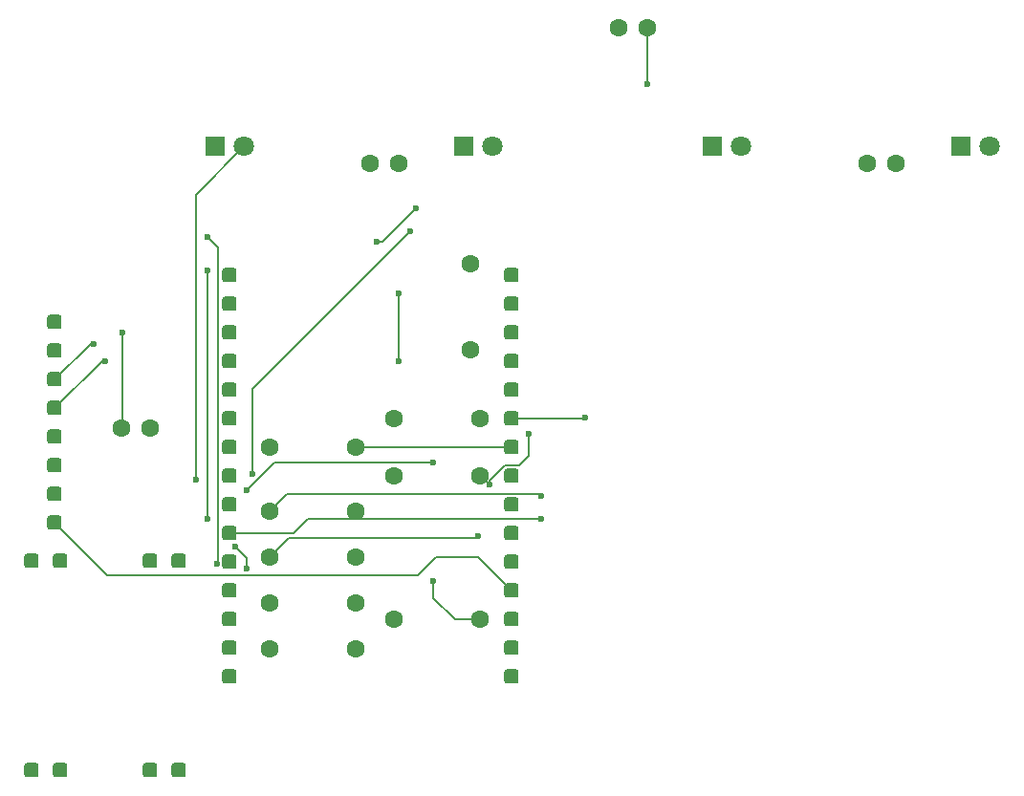
<source format=gbr>
%TF.GenerationSoftware,KiCad,Pcbnew,9.0.3*%
%TF.CreationDate,2025-08-18T22:42:58+09:00*%
%TF.ProjectId,espCon_main,65737043-6f6e-45f6-9d61-696e2e6b6963,rev?*%
%TF.SameCoordinates,Original*%
%TF.FileFunction,Copper,L2,Bot*%
%TF.FilePolarity,Positive*%
%FSLAX46Y46*%
G04 Gerber Fmt 4.6, Leading zero omitted, Abs format (unit mm)*
G04 Created by KiCad (PCBNEW 9.0.3) date 2025-08-18 22:42:58*
%MOMM*%
%LPD*%
G01*
G04 APERTURE LIST*
G04 Aperture macros list*
%AMRoundRect*
0 Rectangle with rounded corners*
0 $1 Rounding radius*
0 $2 $3 $4 $5 $6 $7 $8 $9 X,Y pos of 4 corners*
0 Add a 4 corners polygon primitive as box body*
4,1,4,$2,$3,$4,$5,$6,$7,$8,$9,$2,$3,0*
0 Add four circle primitives for the rounded corners*
1,1,$1+$1,$2,$3*
1,1,$1+$1,$4,$5*
1,1,$1+$1,$6,$7*
1,1,$1+$1,$8,$9*
0 Add four rect primitives between the rounded corners*
20,1,$1+$1,$2,$3,$4,$5,0*
20,1,$1+$1,$4,$5,$6,$7,0*
20,1,$1+$1,$6,$7,$8,$9,0*
20,1,$1+$1,$8,$9,$2,$3,0*%
G04 Aperture macros list end*
%TA.AperFunction,ComponentPad*%
%ADD10C,1.600000*%
%TD*%
%TA.AperFunction,ComponentPad*%
%ADD11R,1.800000X1.800000*%
%TD*%
%TA.AperFunction,ComponentPad*%
%ADD12C,1.800000*%
%TD*%
%TA.AperFunction,ComponentPad*%
%ADD13RoundRect,0.190500X-0.444500X0.444500X-0.444500X-0.444500X0.444500X-0.444500X0.444500X0.444500X0*%
%TD*%
%TA.AperFunction,ComponentPad*%
%ADD14RoundRect,0.190500X-0.444500X-0.444500X0.444500X-0.444500X0.444500X0.444500X-0.444500X0.444500X0*%
%TD*%
%TA.AperFunction,ViaPad*%
%ADD15C,0.600000*%
%TD*%
%TA.AperFunction,Conductor*%
%ADD16C,0.200000*%
%TD*%
G04 APERTURE END LIST*
D10*
%TO.P,R5,1*%
%TO.N,Net-(ESP32_DevkitC1-3V3)*%
X112000000Y-113420000D03*
%TO.P,R5,2*%
%TO.N,Net-(ESP32_DevkitC1-D15)*%
X119620000Y-113420000D03*
%TD*%
%TO.P,R4,1*%
%TO.N,Net-(ESP32_DevkitC1-3V3)*%
X112000000Y-100720000D03*
%TO.P,R4,2*%
%TO.N,Net-(ESP32_DevkitC1-D5)*%
X119620000Y-100720000D03*
%TD*%
%TO.P,R3,1*%
%TO.N,Net-(ESP32_DevkitC1-3V3)*%
X101000000Y-98180000D03*
%TO.P,R3,2*%
%TO.N,Net-(ESP32_DevkitC1-D18)*%
X108620000Y-98180000D03*
%TD*%
%TO.P,R2,1*%
%TO.N,Net-(ESP32_DevkitC1-3V3)*%
X112000000Y-95640000D03*
%TO.P,R2,2*%
%TO.N,Net-(ESP32_DevkitC1-D19)*%
X119620000Y-95640000D03*
%TD*%
%TO.P,RV3,1*%
%TO.N,Net-(ESP32_DevkitC1-D18)*%
X134450634Y-61000000D03*
%TO.P,RV3,2*%
%TO.N,Net-(MPU1-AD0)*%
X131910634Y-61000000D03*
%TD*%
%TO.P,R_LED2,1*%
%TO.N,Net-(D2-K)*%
X101000000Y-103850000D03*
%TO.P,R_LED2,2*%
%TO.N,Net-(5VStepdown1--OUT-Pad5)*%
X108620000Y-103850000D03*
%TD*%
D11*
%TO.P,D5,1,K*%
%TO.N,Net-(D5-K)*%
X96180634Y-71500000D03*
D12*
%TO.P,D5,2,A*%
%TO.N,Net-(D5-A)*%
X98720634Y-71500000D03*
%TD*%
D11*
%TO.P,D4,1,K*%
%TO.N,Net-(D4-K)*%
X118180634Y-71500000D03*
D12*
%TO.P,D4,2,A*%
%TO.N,Net-(D4-A)*%
X120720634Y-71500000D03*
%TD*%
D13*
%TO.P,5VStepdown1,1,-IN*%
%TO.N,-BATT*%
X92990634Y-108250000D03*
%TO.P,5VStepdown1,2,-IN*%
%TO.N,unconnected-(5VStepdown1--IN-Pad2)*%
X90450634Y-108250000D03*
%TO.P,5VStepdown1,3,+IN*%
%TO.N,+BATT*%
X82450634Y-108250000D03*
%TO.P,5VStepdown1,4,+IN*%
%TO.N,unconnected-(5VStepdown1-+IN-Pad4)*%
X79910634Y-108250000D03*
%TO.P,5VStepdown1,5,-OUT*%
%TO.N,Net-(5VStepdown1--OUT-Pad5)*%
X92990634Y-126750000D03*
%TO.P,5VStepdown1,6,-OUT*%
%TO.N,unconnected-(5VStepdown1--OUT-Pad6)*%
X90450634Y-126750000D03*
%TO.P,5VStepdown1,7,+OUT*%
%TO.N,Net-(ESP32_DevkitC1-VIN)*%
X82450634Y-126750000D03*
%TO.P,5VStepdown1,8,+OUT*%
%TO.N,unconnected-(5VStepdown1-+OUT-Pad8)*%
X79910634Y-126750000D03*
%TD*%
D14*
%TO.P,ESP32_DevkitC1,1,EN*%
%TO.N,unconnected-(ESP32_DevkitC1-EN-Pad1)*%
X97450634Y-82940000D03*
%TO.P,ESP32_DevkitC1,2,VP*%
%TO.N,unconnected-(ESP32_DevkitC1-VP-Pad2)*%
X97450634Y-85480000D03*
%TO.P,ESP32_DevkitC1,3,VN*%
%TO.N,unconnected-(ESP32_DevkitC1-VN-Pad3)*%
X97450634Y-88020000D03*
%TO.P,ESP32_DevkitC1,4,D34*%
%TO.N,unconnected-(ESP32_DevkitC1-D34-Pad4)*%
X97450634Y-90560000D03*
%TO.P,ESP32_DevkitC1,5,D35*%
%TO.N,unconnected-(ESP32_DevkitC1-D35-Pad5)*%
X97450634Y-93100000D03*
%TO.P,ESP32_DevkitC1,6,D32*%
%TO.N,unconnected-(ESP32_DevkitC1-D32-Pad6)*%
X97450634Y-95640000D03*
%TO.P,ESP32_DevkitC1,7,D33*%
%TO.N,unconnected-(ESP32_DevkitC1-D33-Pad7)*%
X97450634Y-98180000D03*
%TO.P,ESP32_DevkitC1,8,D25*%
%TO.N,unconnected-(ESP32_DevkitC1-D25-Pad8)*%
X97450634Y-100720000D03*
%TO.P,ESP32_DevkitC1,9,D26*%
%TO.N,unconnected-(ESP32_DevkitC1-D26-Pad9)*%
X97450634Y-103260000D03*
%TO.P,ESP32_DevkitC1,10,D27*%
%TO.N,Net-(D2-A)*%
X97450634Y-105800000D03*
%TO.P,ESP32_DevkitC1,11,D14*%
%TO.N,Net-(D3-A)*%
X97450634Y-108340000D03*
%TO.P,ESP32_DevkitC1,12,D12*%
%TO.N,Net-(D4-A)*%
X97450634Y-110880000D03*
%TO.P,ESP32_DevkitC1,13,D13*%
%TO.N,Net-(D5-A)*%
X97450634Y-113420000D03*
%TO.P,ESP32_DevkitC1,14,GND*%
%TO.N,Net-(5VStepdown1--OUT-Pad5)*%
X97450634Y-115960000D03*
%TO.P,ESP32_DevkitC1,15,VIN*%
%TO.N,Net-(ESP32_DevkitC1-VIN)*%
X97450634Y-118500000D03*
%TO.P,ESP32_DevkitC1,16,3V3*%
%TO.N,Net-(ESP32_DevkitC1-3V3)*%
X122450634Y-118500000D03*
%TO.P,ESP32_DevkitC1,17,GND*%
%TO.N,Net-(MPU1-AD0)*%
X122450634Y-115960000D03*
%TO.P,ESP32_DevkitC1,18,D15*%
%TO.N,Net-(ESP32_DevkitC1-D15)*%
X122450634Y-113420000D03*
%TO.P,ESP32_DevkitC1,19,D2*%
%TO.N,Net-(ESP32_DevkitC1-D2)*%
X122450634Y-110880000D03*
%TO.P,ESP32_DevkitC1,20,D4*%
%TO.N,unconnected-(ESP32_DevkitC1-D4-Pad20)*%
X122450634Y-108340000D03*
%TO.P,ESP32_DevkitC1,21,D16*%
%TO.N,unconnected-(ESP32_DevkitC1-D16-Pad21)*%
X122450634Y-105800000D03*
%TO.P,ESP32_DevkitC1,22,D17*%
%TO.N,unconnected-(ESP32_DevkitC1-D17-Pad22)*%
X122450634Y-103260000D03*
%TO.P,ESP32_DevkitC1,23,D5*%
%TO.N,Net-(ESP32_DevkitC1-D5)*%
X122450634Y-100720000D03*
%TO.P,ESP32_DevkitC1,24,D18*%
%TO.N,Net-(ESP32_DevkitC1-D18)*%
X122450634Y-98180000D03*
%TO.P,ESP32_DevkitC1,25,D19*%
%TO.N,Net-(ESP32_DevkitC1-D19)*%
X122450634Y-95640000D03*
%TO.P,ESP32_DevkitC1,26,D21*%
%TO.N,Net-(ESP32_DevkitC1-D21)*%
X122450634Y-93100000D03*
%TO.P,ESP32_DevkitC1,27,RX0*%
%TO.N,unconnected-(ESP32_DevkitC1-RX0-Pad27)*%
X122450634Y-90560000D03*
%TO.P,ESP32_DevkitC1,28,TX0*%
%TO.N,unconnected-(ESP32_DevkitC1-TX0-Pad28)*%
X122450634Y-88020000D03*
%TO.P,ESP32_DevkitC1,29,D22*%
%TO.N,Net-(ESP32_DevkitC1-D22)*%
X122450634Y-85480000D03*
%TO.P,ESP32_DevkitC1,30,D23*%
%TO.N,Net-(ESP32_DevkitC1-D23)*%
X122450634Y-82940000D03*
%TD*%
D10*
%TO.P,R_LED3,1*%
%TO.N,Net-(D3-K)*%
X101000000Y-107900000D03*
%TO.P,R_LED3,2*%
%TO.N,Net-(5VStepdown1--OUT-Pad5)*%
X108620000Y-107900000D03*
%TD*%
%TO.P,RV2,1*%
%TO.N,Net-(ESP32_DevkitC1-D19)*%
X156450634Y-73000000D03*
%TO.P,RV2,2*%
%TO.N,Net-(MPU1-AD0)*%
X153910634Y-73000000D03*
%TD*%
%TO.P,RV5,1*%
%TO.N,Net-(ESP32_DevkitC1-D15)*%
X90450634Y-96500000D03*
%TO.P,RV5,2*%
%TO.N,Net-(MPU1-AD0)*%
X87910634Y-96500000D03*
%TD*%
%TO.P,R_LED5,1*%
%TO.N,Net-(D5-K)*%
X101000000Y-116000000D03*
%TO.P,R_LED5,2*%
%TO.N,Net-(5VStepdown1--OUT-Pad5)*%
X108620000Y-116000000D03*
%TD*%
D11*
%TO.P,D3,1,K*%
%TO.N,Net-(D3-K)*%
X140180634Y-71500000D03*
D12*
%TO.P,D3,2,A*%
%TO.N,Net-(D3-A)*%
X142720634Y-71500000D03*
%TD*%
D11*
%TO.P,D2,1,K*%
%TO.N,Net-(D2-K)*%
X162180634Y-71500000D03*
D12*
%TO.P,D2,2,A*%
%TO.N,Net-(D2-A)*%
X164720634Y-71500000D03*
%TD*%
D10*
%TO.P,RV4,1*%
%TO.N,Net-(ESP32_DevkitC1-D5)*%
X112450634Y-73000000D03*
%TO.P,RV4,2*%
%TO.N,Net-(MPU1-AD0)*%
X109910634Y-73000000D03*
%TD*%
%TO.P,Pullup1,1*%
%TO.N,Net-(ESP32_DevkitC1-D21)*%
X118800634Y-89500000D03*
%TO.P,Pullup1,2*%
%TO.N,Net-(ESP32_DevkitC1-D22)*%
X118800634Y-81880000D03*
%TD*%
D14*
%TO.P,MPU1,1,VCC*%
%TO.N,Net-(ESP32_DevkitC1-3V3)*%
X81950634Y-87110000D03*
%TO.P,MPU1,2,GND*%
%TO.N,Net-(MPU1-AD0)*%
X81950634Y-89650000D03*
%TO.P,MPU1,3,SCL*%
%TO.N,Net-(ESP32_DevkitC1-D22)*%
X81950634Y-92190000D03*
%TO.P,MPU1,4,SDA*%
%TO.N,Net-(ESP32_DevkitC1-D21)*%
X81950634Y-94730000D03*
%TO.P,MPU1,5,XDA*%
%TO.N,unconnected-(MPU1-XDA-Pad5)*%
X81950634Y-97270000D03*
%TO.P,MPU1,6,XCL*%
%TO.N,unconnected-(MPU1-XCL-Pad6)*%
X81950634Y-99810000D03*
%TO.P,MPU1,7,AD0*%
%TO.N,Net-(MPU1-AD0)*%
X81950634Y-102350000D03*
%TO.P,MPU1,8,INT*%
%TO.N,Net-(ESP32_DevkitC1-D2)*%
X81950634Y-104890000D03*
%TD*%
D10*
%TO.P,R_LED4,1*%
%TO.N,Net-(D4-K)*%
X101000000Y-111950000D03*
%TO.P,R_LED4,2*%
%TO.N,Net-(5VStepdown1--OUT-Pad5)*%
X108620000Y-111950000D03*
%TD*%
D15*
%TO.N,Net-(ESP32_DevkitC1-D15)*%
X115500000Y-110000000D03*
%TO.N,Net-(ESP32_DevkitC1-D22)*%
X85450634Y-89000000D03*
%TO.N,Net-(ESP32_DevkitC1-D18)*%
X134450634Y-66000000D03*
%TO.N,Net-(D2-A)*%
X125050634Y-104500000D03*
%TO.N,Net-(MPU1-AD0)*%
X87950634Y-88000000D03*
%TO.N,Net-(ESP32_DevkitC1-D5)*%
X112450634Y-90500000D03*
X112450634Y-84500000D03*
%TO.N,Net-(D3-A)*%
X98950634Y-102000000D03*
X115450634Y-99500000D03*
%TO.N,Net-(ESP32_DevkitC1-D19)*%
X128950634Y-95500000D03*
%TO.N,Net-(D4-A)*%
X95450634Y-82500000D03*
X113950634Y-77000000D03*
X97946369Y-106995735D03*
X95450634Y-104500000D03*
X110450634Y-80000000D03*
X98950634Y-108900000D03*
%TO.N,Net-(ESP32_DevkitC1-D21)*%
X86450634Y-90500000D03*
%TO.N,Net-(D2-K)*%
X125050634Y-102500000D03*
%TO.N,Net-(D3-K)*%
X119450634Y-106000000D03*
X120458033Y-101504399D03*
X123950634Y-97000000D03*
%TO.N,Net-(D4-K)*%
X99450634Y-100500000D03*
X113450634Y-79000000D03*
%TO.N,Net-(D5-K)*%
X96315634Y-108483732D03*
X95450634Y-79500000D03*
%TO.N,Net-(D5-A)*%
X94450634Y-101000000D03*
%TD*%
D16*
%TO.N,Net-(ESP32_DevkitC1-D18)*%
X122450634Y-98180000D02*
X108620000Y-98180000D01*
%TO.N,Net-(ESP32_DevkitC1-D15)*%
X117420000Y-113420000D02*
X119620000Y-113420000D01*
X115500000Y-111500000D02*
X117420000Y-113420000D01*
X115500000Y-110000000D02*
X115500000Y-111500000D01*
%TO.N,Net-(ESP32_DevkitC1-D22)*%
X85140634Y-89000000D02*
X85450634Y-89000000D01*
X81950634Y-92190000D02*
X85140634Y-89000000D01*
%TO.N,Net-(ESP32_DevkitC1-D18)*%
X134450634Y-61000000D02*
X134450634Y-63000000D01*
X134450634Y-63000000D02*
X134450634Y-66000000D01*
%TO.N,Net-(D2-A)*%
X103097684Y-105800000D02*
X97450634Y-105800000D01*
X125050634Y-104500000D02*
X104397684Y-104500000D01*
X104397684Y-104500000D02*
X103097684Y-105800000D01*
%TO.N,Net-(MPU1-AD0)*%
X87910634Y-96500000D02*
X87950634Y-96460000D01*
X87950634Y-96460000D02*
X87950634Y-88000000D01*
X81950634Y-102350000D02*
X82060634Y-102350000D01*
%TO.N,Net-(ESP32_DevkitC1-D5)*%
X112450634Y-84500000D02*
X112450634Y-90500000D01*
%TO.N,Net-(D3-A)*%
X101450634Y-99500000D02*
X98950634Y-102000000D01*
X115450634Y-99500000D02*
X101450634Y-99500000D01*
%TO.N,Net-(ESP32_DevkitC1-D19)*%
X128950634Y-95500000D02*
X128810634Y-95640000D01*
X128810634Y-95640000D02*
X122450634Y-95640000D01*
%TO.N,Net-(D4-A)*%
X98950634Y-108000000D02*
X98950634Y-108900000D01*
X95450634Y-82500000D02*
X95450634Y-104500000D01*
X97946369Y-106995735D02*
X98950634Y-108000000D01*
X113950634Y-77000000D02*
X110950634Y-80000000D01*
X110950634Y-80000000D02*
X110450634Y-80000000D01*
%TO.N,Net-(ESP32_DevkitC1-D21)*%
X81950634Y-94730000D02*
X86180634Y-90500000D01*
X86180634Y-90500000D02*
X86450634Y-90500000D01*
%TO.N,Net-(ESP32_DevkitC1-D2)*%
X81950634Y-104890000D02*
X86560634Y-109500000D01*
X86560634Y-109500000D02*
X114100691Y-109500000D01*
X115701691Y-107899000D02*
X119469634Y-107899000D01*
X114100691Y-109500000D02*
X115701691Y-107899000D01*
X119469634Y-107899000D02*
X122450634Y-110880000D01*
%TO.N,Net-(ESP32_DevkitC1-3V3)*%
X81950634Y-87110000D02*
X81976634Y-87084000D01*
X122450634Y-118500000D02*
X121990634Y-118500000D01*
%TO.N,Net-(D2-K)*%
X125050634Y-102500000D02*
X124874634Y-102324000D01*
X102476634Y-102324000D02*
X100950634Y-103850000D01*
X124874634Y-102324000D02*
X102476634Y-102324000D01*
%TO.N,Net-(D3-K)*%
X102649634Y-106201000D02*
X100950634Y-107900000D01*
X120450634Y-101130634D02*
X120450634Y-101500000D01*
X120450634Y-101500000D02*
X120453634Y-101500000D01*
X123104000Y-99784000D02*
X121797268Y-99784000D01*
X120453634Y-101500000D02*
X120458033Y-101504399D01*
X123950634Y-97000000D02*
X123950634Y-98937366D01*
X121797268Y-99784000D02*
X120450634Y-101130634D01*
X123950634Y-98937366D02*
X123104000Y-99784000D01*
X119450634Y-106000000D02*
X119249634Y-106201000D01*
X119249634Y-106201000D02*
X102649634Y-106201000D01*
%TO.N,Net-(D4-K)*%
X113450634Y-79000000D02*
X99450634Y-93000000D01*
X99450634Y-93000000D02*
X99450634Y-100500000D01*
%TO.N,Net-(D5-K)*%
X96450634Y-108348732D02*
X96315634Y-108483732D01*
X96450634Y-107000000D02*
X96450634Y-108348732D01*
X96450634Y-80500000D02*
X96450634Y-107000000D01*
X95450634Y-79500000D02*
X96450634Y-80500000D01*
%TO.N,Net-(D5-A)*%
X94450634Y-75770000D02*
X98720634Y-71500000D01*
X94450634Y-101000000D02*
X94450634Y-75770000D01*
%TD*%
M02*

</source>
